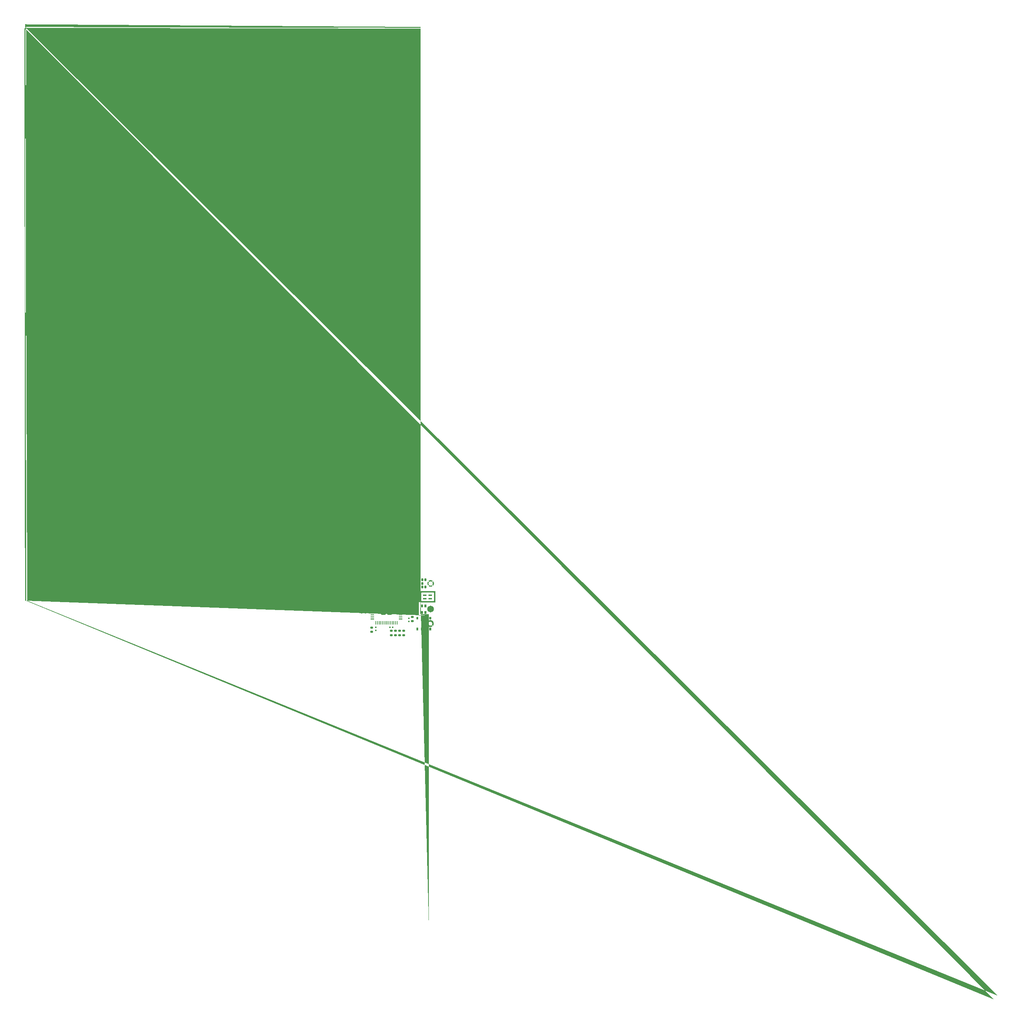
<source format=gbr>
%TF.GenerationSoftware,KiCad,Pcbnew,9.0.0*%
%TF.CreationDate,2025-08-25T21:43:05+03:00*%
%TF.ProjectId,Daredevil-mini,44617265-6465-4766-996c-2d6d696e692e,rev?*%
%TF.SameCoordinates,Original*%
%TF.FileFunction,Paste,Top*%
%TF.FilePolarity,Positive*%
%FSLAX46Y46*%
G04 Gerber Fmt 4.6, Leading zero omitted, Abs format (unit mm)*
G04 Created by KiCad (PCBNEW 9.0.0) date 2025-08-25 21:43:05*
%MOMM*%
%LPD*%
G01*
G04 APERTURE LIST*
G04 Aperture macros list*
%AMRoundRect*
0 Rectangle with rounded corners*
0 $1 Rounding radius*
0 $2 $3 $4 $5 $6 $7 $8 $9 X,Y pos of 4 corners*
0 Add a 4 corners polygon primitive as box body*
4,1,4,$2,$3,$4,$5,$6,$7,$8,$9,$2,$3,0*
0 Add four circle primitives for the rounded corners*
1,1,$1+$1,$2,$3*
1,1,$1+$1,$4,$5*
1,1,$1+$1,$6,$7*
1,1,$1+$1,$8,$9*
0 Add four rect primitives between the rounded corners*
20,1,$1+$1,$2,$3,$4,$5,0*
20,1,$1+$1,$4,$5,$6,$7,0*
20,1,$1+$1,$6,$7,$8,$9,0*
20,1,$1+$1,$8,$9,$2,$3,0*%
%AMFreePoly0*
4,1,101,2.400000,-3.650000,-0.400000,-3.650000,-0.400000,-0.318000,-0.050000,-0.318000,-0.050000,-3.182000,-0.049000,-3.188000,-0.048000,-3.195000,-0.046000,-3.207000,-0.044000,-3.214000,-0.042000,-3.220000,-0.033000,-3.238000,-0.030000,-3.243000,-0.026000,-3.248000,-0.022000,-3.254000,-0.018000,-3.259000,-0.013000,-3.263000,-0.009000,-3.268000,-0.004000,-3.272000,0.002000,-3.276000,0.007000,-3.280000,
0.012000,-3.283000,0.030000,-3.292000,0.036000,-3.294000,0.043000,-3.296000,0.055000,-3.298000,0.062000,-3.299000,0.068000,-3.300000,1.932000,-3.300000,1.938000,-3.299000,1.945000,-3.298000,1.957000,-3.296000,1.964000,-3.294000,1.970000,-3.292000,1.988000,-3.283000,1.993000,-3.280000,1.998000,-3.276000,2.004000,-3.272000,2.009000,-3.268000,2.013000,-3.263000,2.018000,-3.259000,
2.022000,-3.254000,2.026000,-3.248000,2.030000,-3.243000,2.033000,-3.238000,2.042000,-3.220000,2.044000,-3.214000,2.046000,-3.207000,2.048000,-3.195000,2.049000,-3.188000,2.050000,-3.182000,2.050000,-0.318000,2.049000,-0.312000,2.048000,-0.305000,2.046000,-0.293000,2.044000,-0.286000,2.042000,-0.280000,2.033000,-0.262000,2.030000,-0.257000,2.026000,-0.252000,2.022000,-0.246000,
2.018000,-0.241000,2.013000,-0.237000,2.009000,-0.232000,2.004000,-0.228000,1.998000,-0.224000,1.993000,-0.220000,1.988000,-0.217000,1.970000,-0.208000,1.964000,-0.206000,1.957000,-0.204000,1.945000,-0.202000,1.938000,-0.201000,1.932000,-0.200000,0.068000,-0.200000,0.062000,-0.201000,0.055000,-0.202000,0.043000,-0.204000,0.036000,-0.206000,0.030000,-0.208000,0.012000,-0.217000,
0.007000,-0.220000,0.002000,-0.224000,-0.004000,-0.228000,-0.009000,-0.232000,-0.013000,-0.237000,-0.018000,-0.241000,-0.022000,-0.246000,-0.026000,-0.252000,-0.030000,-0.257000,-0.033000,-0.262000,-0.042000,-0.280000,-0.044000,-0.286000,-0.046000,-0.293000,-0.048000,-0.305000,-0.049000,-0.312000,-0.050000,-0.318000,-0.400000,-0.318000,-0.400000,-0.150000,-0.100000,0.150000,2.400000,0.150000,
2.400000,-3.650000,2.400000,-3.650000,$1*%
G04 Aperture macros list end*
%ADD10C,0.000000*%
%ADD11C,0.010000*%
%ADD12RoundRect,0.079500X-0.079500X-0.100500X0.079500X-0.100500X0.079500X0.100500X-0.079500X0.100500X0*%
%ADD13RoundRect,0.130500X0.130500X-0.169500X0.130500X0.169500X-0.130500X0.169500X-0.130500X-0.169500X0*%
%ADD14RoundRect,0.079500X-0.100500X0.079500X-0.100500X-0.079500X0.100500X-0.079500X0.100500X0.079500X0*%
%ADD15RoundRect,0.079500X0.100500X-0.079500X0.100500X0.079500X-0.100500X0.079500X-0.100500X-0.079500X0*%
%ADD16R,0.530000X0.730000*%
%ADD17C,1.640488*%
%ADD18RoundRect,0.135000X0.185000X-0.135000X0.185000X0.135000X-0.185000X0.135000X-0.185000X-0.135000X0*%
%ADD19RoundRect,0.135000X-0.185000X0.135000X-0.185000X-0.135000X0.185000X-0.135000X0.185000X0.135000X0*%
%ADD20RoundRect,0.140000X0.170000X-0.140000X0.170000X0.140000X-0.170000X0.140000X-0.170000X-0.140000X0*%
%ADD21RoundRect,0.079500X0.079500X0.100500X-0.079500X0.100500X-0.079500X-0.100500X0.079500X-0.100500X0*%
%ADD22RoundRect,0.249999X0.395001X-0.395001X0.395001X0.395001X-0.395001X0.395001X-0.395001X-0.395001X0*%
%ADD23RoundRect,0.050000X0.050000X-0.387500X0.050000X0.387500X-0.050000X0.387500X-0.050000X-0.387500X0*%
%ADD24RoundRect,0.050000X0.387500X-0.050000X0.387500X0.050000X-0.387500X0.050000X-0.387500X-0.050000X0*%
%ADD25RoundRect,0.140000X0.140000X0.170000X-0.140000X0.170000X-0.140000X-0.170000X0.140000X-0.170000X0*%
%ADD26RoundRect,0.250000X0.375000X0.850000X-0.375000X0.850000X-0.375000X-0.850000X0.375000X-0.850000X0*%
%ADD27R,0.950000X0.450000*%
%ADD28FreePoly0,90.000000*%
G04 APERTURE END LIST*
D10*
%TO.C,MK3*%
G36*
X140953900Y-97168184D02*
G01*
X140912200Y-97243584D01*
X140883700Y-97324884D01*
X140869300Y-97409784D01*
X140869300Y-97495984D01*
X140883700Y-97580884D01*
X140912200Y-97662184D01*
X140953900Y-97737584D01*
X140739100Y-97952284D01*
X140656700Y-97822884D01*
X140600000Y-97680284D01*
X140571100Y-97529584D01*
X140571100Y-97376184D01*
X140600000Y-97225484D01*
X140656700Y-97082884D01*
X140739100Y-96953484D01*
X140953900Y-97168184D01*
G37*
G36*
X141607400Y-96672884D02*
G01*
X141750000Y-96729584D01*
X141879400Y-96811984D01*
X141664700Y-97026784D01*
X141589300Y-96985084D01*
X141508000Y-96956584D01*
X141423100Y-96942184D01*
X141336900Y-96942184D01*
X141252000Y-96956584D01*
X141170700Y-96985084D01*
X141095300Y-97026784D01*
X140880600Y-96811984D01*
X141010000Y-96729584D01*
X141152600Y-96672884D01*
X141303300Y-96643984D01*
X141456700Y-96643984D01*
X141607400Y-96672884D01*
G37*
G36*
X141879400Y-98093784D02*
G01*
X141750000Y-98176184D01*
X141607400Y-98232884D01*
X141456700Y-98261784D01*
X141303300Y-98261784D01*
X141152600Y-98232884D01*
X141010000Y-98176184D01*
X140880600Y-98093784D01*
X141095300Y-97878984D01*
X141170700Y-97920684D01*
X141252000Y-97949184D01*
X141336900Y-97963584D01*
X141423100Y-97963584D01*
X141508000Y-97949184D01*
X141589300Y-97920684D01*
X141664700Y-97878984D01*
X141879400Y-98093784D01*
G37*
G36*
X142103300Y-97082884D02*
G01*
X142160000Y-97225484D01*
X142188900Y-97376184D01*
X142188900Y-97529584D01*
X142160000Y-97680284D01*
X142103300Y-97822884D01*
X142020900Y-97952284D01*
X141806100Y-97737584D01*
X141847800Y-97662184D01*
X141876300Y-97580884D01*
X141890700Y-97495984D01*
X141890700Y-97409784D01*
X141876300Y-97324884D01*
X141847800Y-97243584D01*
X141806100Y-97168184D01*
X142020900Y-96953484D01*
X142103300Y-97082884D01*
G37*
%TO.C,MK2*%
G36*
X142547083Y-102132000D02*
G01*
X139047083Y-102132000D01*
X138747083Y-101832000D01*
X138747083Y-99800000D01*
X139097083Y-99800000D01*
X139097083Y-99807000D01*
X139097083Y-101657000D01*
X139097083Y-101664000D01*
X139098083Y-101670000D01*
X139099083Y-101677000D01*
X139100083Y-101683000D01*
X139101083Y-101689000D01*
X139103083Y-101696000D01*
X139105083Y-101702000D01*
X139108083Y-101708000D01*
X139111083Y-101714000D01*
X139114083Y-101720000D01*
X139117083Y-101725000D01*
X139121083Y-101730000D01*
X139125083Y-101736000D01*
X139129083Y-101741000D01*
X139134083Y-101745000D01*
X139138083Y-101750000D01*
X139143083Y-101754000D01*
X139149083Y-101758000D01*
X139154083Y-101762000D01*
X139159083Y-101765000D01*
X139165083Y-101768000D01*
X139171083Y-101771000D01*
X139177083Y-101774000D01*
X139183083Y-101776000D01*
X139190083Y-101778000D01*
X139196083Y-101779000D01*
X139202083Y-101780000D01*
X139209083Y-101781000D01*
X139215083Y-101782000D01*
X139222083Y-101782000D01*
X142072083Y-101782000D01*
X142079083Y-101782000D01*
X142085083Y-101781000D01*
X142092083Y-101780000D01*
X142098083Y-101779000D01*
X142104083Y-101778000D01*
X142111083Y-101776000D01*
X142117083Y-101774000D01*
X142123083Y-101771000D01*
X142129083Y-101768000D01*
X142135083Y-101765000D01*
X142140083Y-101762000D01*
X142145083Y-101758000D01*
X142151083Y-101754000D01*
X142156083Y-101750000D01*
X142160083Y-101745000D01*
X142165083Y-101741000D01*
X142169083Y-101736000D01*
X142173083Y-101730000D01*
X142177083Y-101725000D01*
X142180083Y-101720000D01*
X142183083Y-101714000D01*
X142186083Y-101708000D01*
X142189083Y-101702000D01*
X142191083Y-101696000D01*
X142193083Y-101689000D01*
X142194083Y-101683000D01*
X142195083Y-101677000D01*
X142196083Y-101670000D01*
X142197083Y-101664000D01*
X142197083Y-101657000D01*
X142197083Y-100732000D01*
X142197083Y-99807000D01*
X142197083Y-99800000D01*
X142196083Y-99794000D01*
X142195083Y-99787000D01*
X142194083Y-99781000D01*
X142193083Y-99775000D01*
X142191083Y-99768000D01*
X142189083Y-99762000D01*
X142186083Y-99756000D01*
X142183083Y-99750000D01*
X142180083Y-99744000D01*
X142177083Y-99739000D01*
X142173083Y-99734000D01*
X142169083Y-99728000D01*
X142165083Y-99723000D01*
X142160083Y-99719000D01*
X142156083Y-99714000D01*
X142151083Y-99710000D01*
X142145083Y-99706000D01*
X142140083Y-99702000D01*
X142135083Y-99699000D01*
X142129083Y-99696000D01*
X142123083Y-99693000D01*
X142117083Y-99690000D01*
X142111083Y-99688000D01*
X142104083Y-99686000D01*
X142098083Y-99685000D01*
X142092083Y-99684000D01*
X142085083Y-99683000D01*
X142079083Y-99682000D01*
X142072083Y-99682000D01*
X139222083Y-99682000D01*
X139215083Y-99682000D01*
X139209083Y-99683000D01*
X139202083Y-99684000D01*
X139196083Y-99685000D01*
X139190083Y-99686000D01*
X139183083Y-99688000D01*
X139177083Y-99690000D01*
X139171083Y-99693000D01*
X139165083Y-99696000D01*
X139159083Y-99699000D01*
X139154083Y-99702000D01*
X139149083Y-99706000D01*
X139143083Y-99710000D01*
X139138083Y-99714000D01*
X139134083Y-99719000D01*
X139129083Y-99723000D01*
X139125083Y-99728000D01*
X139121083Y-99734000D01*
X139117083Y-99739000D01*
X139114083Y-99744000D01*
X139111083Y-99750000D01*
X139108083Y-99756000D01*
X139105083Y-99762000D01*
X139103083Y-99768000D01*
X139101083Y-99775000D01*
X139100083Y-99781000D01*
X139099083Y-99787000D01*
X139098083Y-99794000D01*
X139097083Y-99800000D01*
X138747083Y-99800000D01*
X138747083Y-99332000D01*
X142547083Y-99332000D01*
X142547083Y-100732000D01*
X142547083Y-102132000D01*
G37*
D11*
%TO.C,MK4*%
X138275000Y-106215000D02*
X137925000Y-106215000D01*
X137925000Y-105665000D01*
X138275000Y-105665000D01*
X138275000Y-106215000D01*
G36*
X138275000Y-106215000D02*
G01*
X137925000Y-106215000D01*
X137925000Y-105665000D01*
X138275000Y-105665000D01*
X138275000Y-106215000D01*
G37*
X138275000Y-108875000D02*
X137925000Y-108875000D01*
X137925000Y-108325000D01*
X138275000Y-108325000D01*
X138275000Y-108875000D01*
G36*
X138275000Y-108875000D02*
G01*
X137925000Y-108875000D01*
X137925000Y-108325000D01*
X138275000Y-108325000D01*
X138275000Y-108875000D01*
G37*
X139325000Y-106215000D02*
X138975000Y-106215000D01*
X138975000Y-105665000D01*
X139325000Y-105665000D01*
X139325000Y-106215000D01*
G36*
X139325000Y-106215000D02*
G01*
X138975000Y-106215000D01*
X138975000Y-105665000D01*
X139325000Y-105665000D01*
X139325000Y-106215000D01*
G37*
X139325000Y-108875000D02*
X138975000Y-108875000D01*
X138975000Y-108325000D01*
X139325000Y-108325000D01*
X139325000Y-108875000D01*
G36*
X139325000Y-108875000D02*
G01*
X138975000Y-108875000D01*
X138975000Y-108325000D01*
X139325000Y-108325000D01*
X139325000Y-108875000D01*
G37*
X140375000Y-106215000D02*
X140025000Y-106215000D01*
X140025000Y-105665000D01*
X140375000Y-105665000D01*
X140375000Y-106215000D01*
G36*
X140375000Y-106215000D02*
G01*
X140025000Y-106215000D01*
X140025000Y-105665000D01*
X140375000Y-105665000D01*
X140375000Y-106215000D01*
G37*
X140375000Y-108875000D02*
X140025000Y-108875000D01*
X140025000Y-108325000D01*
X140375000Y-108325000D01*
X140375000Y-108875000D01*
G36*
X140375000Y-108875000D02*
G01*
X140025000Y-108875000D01*
X140025000Y-108325000D01*
X140375000Y-108325000D01*
X140375000Y-108875000D01*
G37*
X141425000Y-106215000D02*
X141075000Y-106215000D01*
X141075000Y-105665000D01*
X141425000Y-105665000D01*
X141425000Y-106215000D01*
G36*
X141425000Y-106215000D02*
G01*
X141075000Y-106215000D01*
X141075000Y-105665000D01*
X141425000Y-105665000D01*
X141425000Y-106215000D01*
G37*
X141425000Y-108875000D02*
X141075000Y-108875000D01*
X141075000Y-108325000D01*
X141425000Y-108325000D01*
X141425000Y-108875000D01*
G36*
X141425000Y-108875000D02*
G01*
X141075000Y-108875000D01*
X141075000Y-108325000D01*
X141425000Y-108325000D01*
X141425000Y-108875000D01*
G37*
X141309000Y-106471000D02*
X141347000Y-106474000D01*
X141385000Y-106479000D01*
X141423000Y-106486000D01*
X141461000Y-106495000D01*
X141498000Y-106506000D01*
X141535000Y-106518000D01*
X141570000Y-106532000D01*
X141606000Y-106548000D01*
X141640000Y-106566000D01*
X141673000Y-106585000D01*
X141706000Y-106606000D01*
X141737000Y-106628000D01*
X141768000Y-106652000D01*
X141797000Y-106677000D01*
X141826000Y-106704000D01*
X141853000Y-106733000D01*
X141878000Y-106762000D01*
X141902000Y-106793000D01*
X141924000Y-106824000D01*
X141945000Y-106857000D01*
X141964000Y-106890000D01*
X141982000Y-106924000D01*
X141998000Y-106960000D01*
X142012000Y-106995000D01*
X142024000Y-107032000D01*
X142035000Y-107069000D01*
X142044000Y-107107000D01*
X142051000Y-107145000D01*
X142056000Y-107183000D01*
X142059000Y-107221000D01*
X142060000Y-107260000D01*
X142060000Y-107298000D01*
X142058000Y-107337000D01*
X142054000Y-107375000D01*
X142048000Y-107413000D01*
X142040000Y-107451000D01*
X142030000Y-107488000D01*
X142019000Y-107525000D01*
X142005000Y-107561000D01*
X141991000Y-107597000D01*
X141974000Y-107632000D01*
X141956000Y-107666000D01*
X141936000Y-107699000D01*
X141914000Y-107731000D01*
X141892000Y-107761000D01*
X141695000Y-107564000D01*
X141706000Y-107547000D01*
X141719000Y-107527000D01*
X141730000Y-107505000D01*
X141740000Y-107484000D01*
X141750000Y-107461000D01*
X141758000Y-107439000D01*
X141766000Y-107416000D01*
X141772000Y-107392000D01*
X141777000Y-107369000D01*
X141781000Y-107345000D01*
X141784000Y-107321000D01*
X141786000Y-107297000D01*
X141787000Y-107272000D01*
X141786000Y-107248000D01*
X141785000Y-107224000D01*
X141782000Y-107200000D01*
X141778000Y-107176000D01*
X141773000Y-107153000D01*
X141767000Y-107129000D01*
X141760000Y-107106000D01*
X141752000Y-107083000D01*
X141743000Y-107061000D01*
X141733000Y-107039000D01*
X141721000Y-107017000D01*
X141709000Y-106997000D01*
X141696000Y-106976000D01*
X141682000Y-106957000D01*
X141667000Y-106938000D01*
X141651000Y-106919000D01*
X141631000Y-106899000D01*
X141611000Y-106879000D01*
X141592000Y-106863000D01*
X141573000Y-106848000D01*
X141554000Y-106834000D01*
X141533000Y-106821000D01*
X141513000Y-106809000D01*
X141491000Y-106797000D01*
X141469000Y-106787000D01*
X141447000Y-106778000D01*
X141424000Y-106770000D01*
X141401000Y-106763000D01*
X141377000Y-106757000D01*
X141354000Y-106752000D01*
X141330000Y-106748000D01*
X141306000Y-106745000D01*
X141282000Y-106744000D01*
X141258000Y-106743000D01*
X141233000Y-106744000D01*
X141209000Y-106746000D01*
X141185000Y-106749000D01*
X141161000Y-106753000D01*
X141138000Y-106758000D01*
X141114000Y-106764000D01*
X141091000Y-106772000D01*
X141069000Y-106780000D01*
X141046000Y-106790000D01*
X141025000Y-106800000D01*
X141003000Y-106811000D01*
X140983000Y-106824000D01*
X140966000Y-106835000D01*
X140966200Y-106834778D01*
X140769000Y-106638000D01*
X140799000Y-106616000D01*
X140831000Y-106594000D01*
X140864000Y-106574000D01*
X140898000Y-106556000D01*
X140933000Y-106539000D01*
X140969000Y-106525000D01*
X141005000Y-106511000D01*
X141042000Y-106500000D01*
X141079000Y-106490000D01*
X141117000Y-106482000D01*
X141155000Y-106476000D01*
X141193000Y-106472000D01*
X141232000Y-106470000D01*
X141270000Y-106470000D01*
X141309000Y-106471000D01*
G36*
X141309000Y-106471000D02*
G01*
X141347000Y-106474000D01*
X141385000Y-106479000D01*
X141423000Y-106486000D01*
X141461000Y-106495000D01*
X141498000Y-106506000D01*
X141535000Y-106518000D01*
X141570000Y-106532000D01*
X141606000Y-106548000D01*
X141640000Y-106566000D01*
X141673000Y-106585000D01*
X141706000Y-106606000D01*
X141737000Y-106628000D01*
X141768000Y-106652000D01*
X141797000Y-106677000D01*
X141826000Y-106704000D01*
X141853000Y-106733000D01*
X141878000Y-106762000D01*
X141902000Y-106793000D01*
X141924000Y-106824000D01*
X141945000Y-106857000D01*
X141964000Y-106890000D01*
X141982000Y-106924000D01*
X141998000Y-106960000D01*
X142012000Y-106995000D01*
X142024000Y-107032000D01*
X142035000Y-107069000D01*
X142044000Y-107107000D01*
X142051000Y-107145000D01*
X142056000Y-107183000D01*
X142059000Y-107221000D01*
X142060000Y-107260000D01*
X142060000Y-107298000D01*
X142058000Y-107337000D01*
X142054000Y-107375000D01*
X142048000Y-107413000D01*
X142040000Y-107451000D01*
X142030000Y-107488000D01*
X142019000Y-107525000D01*
X142005000Y-107561000D01*
X141991000Y-107597000D01*
X141974000Y-107632000D01*
X141956000Y-107666000D01*
X141936000Y-107699000D01*
X141914000Y-107731000D01*
X141892000Y-107761000D01*
X141695000Y-107564000D01*
X141706000Y-107547000D01*
X141719000Y-107527000D01*
X141730000Y-107505000D01*
X141740000Y-107484000D01*
X141750000Y-107461000D01*
X141758000Y-107439000D01*
X141766000Y-107416000D01*
X141772000Y-107392000D01*
X141777000Y-107369000D01*
X141781000Y-107345000D01*
X141784000Y-107321000D01*
X141786000Y-107297000D01*
X141787000Y-107272000D01*
X141786000Y-107248000D01*
X141785000Y-107224000D01*
X141782000Y-107200000D01*
X141778000Y-107176000D01*
X141773000Y-107153000D01*
X141767000Y-107129000D01*
X141760000Y-107106000D01*
X141752000Y-107083000D01*
X141743000Y-107061000D01*
X141733000Y-107039000D01*
X141721000Y-107017000D01*
X141709000Y-106997000D01*
X141696000Y-106976000D01*
X141682000Y-106957000D01*
X141667000Y-106938000D01*
X141651000Y-106919000D01*
X141631000Y-106899000D01*
X141611000Y-106879000D01*
X141592000Y-106863000D01*
X141573000Y-106848000D01*
X141554000Y-106834000D01*
X141533000Y-106821000D01*
X141513000Y-106809000D01*
X141491000Y-106797000D01*
X141469000Y-106787000D01*
X141447000Y-106778000D01*
X141424000Y-106770000D01*
X141401000Y-106763000D01*
X141377000Y-106757000D01*
X141354000Y-106752000D01*
X141330000Y-106748000D01*
X141306000Y-106745000D01*
X141282000Y-106744000D01*
X141258000Y-106743000D01*
X141233000Y-106744000D01*
X141209000Y-106746000D01*
X141185000Y-106749000D01*
X141161000Y-106753000D01*
X141138000Y-106758000D01*
X141114000Y-106764000D01*
X141091000Y-106772000D01*
X141069000Y-106780000D01*
X141046000Y-106790000D01*
X141025000Y-106800000D01*
X141003000Y-106811000D01*
X140983000Y-106824000D01*
X140966000Y-106835000D01*
X140966200Y-106834778D01*
X140769000Y-106638000D01*
X140799000Y-106616000D01*
X140831000Y-106594000D01*
X140864000Y-106574000D01*
X140898000Y-106556000D01*
X140933000Y-106539000D01*
X140969000Y-106525000D01*
X141005000Y-106511000D01*
X141042000Y-106500000D01*
X141079000Y-106490000D01*
X141117000Y-106482000D01*
X141155000Y-106476000D01*
X141193000Y-106472000D01*
X141232000Y-106470000D01*
X141270000Y-106470000D01*
X141309000Y-106471000D01*
G37*
X140825000Y-106976000D02*
X140814000Y-106993000D01*
X140801000Y-107013000D01*
X140790000Y-107035000D01*
X140780000Y-107056000D01*
X140770000Y-107079000D01*
X140762000Y-107101000D01*
X140754000Y-107124000D01*
X140748000Y-107148000D01*
X140743000Y-107171000D01*
X140739000Y-107195000D01*
X140736000Y-107219000D01*
X140734000Y-107243000D01*
X140733000Y-107268000D01*
X140734000Y-107292000D01*
X140735000Y-107316000D01*
X140738000Y-107340000D01*
X140742000Y-107364000D01*
X140747000Y-107387000D01*
X140753000Y-107411000D01*
X140760000Y-107434000D01*
X140768000Y-107457000D01*
X140777000Y-107479000D01*
X140787000Y-107501000D01*
X140799000Y-107523000D01*
X140811000Y-107543000D01*
X140824000Y-107564000D01*
X140838000Y-107583000D01*
X140853000Y-107602000D01*
X140869000Y-107621000D01*
X140889000Y-107641000D01*
X140909000Y-107661000D01*
X140928000Y-107677000D01*
X140947000Y-107692000D01*
X140966000Y-107706000D01*
X140987000Y-107719000D01*
X141007000Y-107731000D01*
X141029000Y-107743000D01*
X141051000Y-107753000D01*
X141073000Y-107762000D01*
X141096000Y-107770000D01*
X141119000Y-107777000D01*
X141143000Y-107783000D01*
X141166000Y-107788000D01*
X141190000Y-107792000D01*
X141214000Y-107795000D01*
X141238000Y-107796000D01*
X141262000Y-107797000D01*
X141287000Y-107796000D01*
X141311000Y-107794000D01*
X141335000Y-107791000D01*
X141359000Y-107787000D01*
X141382000Y-107782000D01*
X141406000Y-107776000D01*
X141429000Y-107768000D01*
X141451000Y-107760000D01*
X141474000Y-107750000D01*
X141495000Y-107740000D01*
X141517000Y-107729000D01*
X141537000Y-107716000D01*
X141554000Y-107705000D01*
X141553800Y-107705222D01*
X141751000Y-107902000D01*
X141721000Y-107924000D01*
X141689000Y-107946000D01*
X141656000Y-107966000D01*
X141622000Y-107984000D01*
X141587000Y-108001000D01*
X141551000Y-108015000D01*
X141515000Y-108029000D01*
X141478000Y-108040000D01*
X141441000Y-108050000D01*
X141403000Y-108058000D01*
X141365000Y-108064000D01*
X141327000Y-108068000D01*
X141288000Y-108070000D01*
X141250000Y-108070000D01*
X141211000Y-108069000D01*
X141173000Y-108066000D01*
X141135000Y-108061000D01*
X141097000Y-108054000D01*
X141059000Y-108045000D01*
X141022000Y-108034000D01*
X140985000Y-108022000D01*
X140950000Y-108008000D01*
X140914000Y-107992000D01*
X140880000Y-107974000D01*
X140847000Y-107955000D01*
X140814000Y-107934000D01*
X140783000Y-107912000D01*
X140752000Y-107888000D01*
X140723000Y-107863000D01*
X140694000Y-107836000D01*
X140667000Y-107807000D01*
X140642000Y-107778000D01*
X140618000Y-107747000D01*
X140596000Y-107716000D01*
X140575000Y-107683000D01*
X140556000Y-107650000D01*
X140538000Y-107616000D01*
X140522000Y-107580000D01*
X140508000Y-107545000D01*
X140496000Y-107508000D01*
X140485000Y-107471000D01*
X140476000Y-107433000D01*
X140469000Y-107395000D01*
X140464000Y-107357000D01*
X140461000Y-107319000D01*
X140460000Y-107280000D01*
X140460000Y-107242000D01*
X140462000Y-107203000D01*
X140466000Y-107165000D01*
X140472000Y-107127000D01*
X140480000Y-107089000D01*
X140490000Y-107052000D01*
X140501000Y-107015000D01*
X140515000Y-106979000D01*
X140529000Y-106943000D01*
X140546000Y-106908000D01*
X140564000Y-106874000D01*
X140584000Y-106841000D01*
X140606000Y-106809000D01*
X140628000Y-106779000D01*
X140825000Y-106976000D01*
G36*
X140825000Y-106976000D02*
G01*
X140814000Y-106993000D01*
X140801000Y-107013000D01*
X140790000Y-107035000D01*
X140780000Y-107056000D01*
X140770000Y-107079000D01*
X140762000Y-107101000D01*
X140754000Y-107124000D01*
X140748000Y-107148000D01*
X140743000Y-107171000D01*
X140739000Y-107195000D01*
X140736000Y-107219000D01*
X140734000Y-107243000D01*
X140733000Y-107268000D01*
X140734000Y-107292000D01*
X140735000Y-107316000D01*
X140738000Y-107340000D01*
X140742000Y-107364000D01*
X140747000Y-107387000D01*
X140753000Y-107411000D01*
X140760000Y-107434000D01*
X140768000Y-107457000D01*
X140777000Y-107479000D01*
X140787000Y-107501000D01*
X140799000Y-107523000D01*
X140811000Y-107543000D01*
X140824000Y-107564000D01*
X140838000Y-107583000D01*
X140853000Y-107602000D01*
X140869000Y-107621000D01*
X140889000Y-107641000D01*
X140909000Y-107661000D01*
X140928000Y-107677000D01*
X140947000Y-107692000D01*
X140966000Y-107706000D01*
X140987000Y-107719000D01*
X141007000Y-107731000D01*
X141029000Y-107743000D01*
X141051000Y-107753000D01*
X141073000Y-107762000D01*
X141096000Y-107770000D01*
X141119000Y-107777000D01*
X141143000Y-107783000D01*
X141166000Y-107788000D01*
X141190000Y-107792000D01*
X141214000Y-107795000D01*
X141238000Y-107796000D01*
X141262000Y-107797000D01*
X141287000Y-107796000D01*
X141311000Y-107794000D01*
X141335000Y-107791000D01*
X141359000Y-107787000D01*
X141382000Y-107782000D01*
X141406000Y-107776000D01*
X141429000Y-107768000D01*
X141451000Y-107760000D01*
X141474000Y-107750000D01*
X141495000Y-107740000D01*
X141517000Y-107729000D01*
X141537000Y-107716000D01*
X141554000Y-107705000D01*
X141553800Y-107705222D01*
X141751000Y-107902000D01*
X141721000Y-107924000D01*
X141689000Y-107946000D01*
X141656000Y-107966000D01*
X141622000Y-107984000D01*
X141587000Y-108001000D01*
X141551000Y-108015000D01*
X141515000Y-108029000D01*
X141478000Y-108040000D01*
X141441000Y-108050000D01*
X141403000Y-108058000D01*
X141365000Y-108064000D01*
X141327000Y-108068000D01*
X141288000Y-108070000D01*
X141250000Y-108070000D01*
X141211000Y-108069000D01*
X141173000Y-108066000D01*
X141135000Y-108061000D01*
X141097000Y-108054000D01*
X141059000Y-108045000D01*
X141022000Y-108034000D01*
X140985000Y-108022000D01*
X140950000Y-108008000D01*
X140914000Y-107992000D01*
X140880000Y-107974000D01*
X140847000Y-107955000D01*
X140814000Y-107934000D01*
X140783000Y-107912000D01*
X140752000Y-107888000D01*
X140723000Y-107863000D01*
X140694000Y-107836000D01*
X140667000Y-107807000D01*
X140642000Y-107778000D01*
X140618000Y-107747000D01*
X140596000Y-107716000D01*
X140575000Y-107683000D01*
X140556000Y-107650000D01*
X140538000Y-107616000D01*
X140522000Y-107580000D01*
X140508000Y-107545000D01*
X140496000Y-107508000D01*
X140485000Y-107471000D01*
X140476000Y-107433000D01*
X140469000Y-107395000D01*
X140464000Y-107357000D01*
X140461000Y-107319000D01*
X140460000Y-107280000D01*
X140460000Y-107242000D01*
X140462000Y-107203000D01*
X140466000Y-107165000D01*
X140472000Y-107127000D01*
X140480000Y-107089000D01*
X140490000Y-107052000D01*
X140501000Y-107015000D01*
X140515000Y-106979000D01*
X140529000Y-106943000D01*
X140546000Y-106908000D01*
X140564000Y-106874000D01*
X140584000Y-106841000D01*
X140606000Y-106809000D01*
X140628000Y-106779000D01*
X140825000Y-106976000D01*
G37*
%TD*%
D12*
%TO.C,C7*%
X135035000Y-102700000D03*
X135725000Y-102700000D03*
%TD*%
D13*
%TO.C,MK3*%
X139306000Y-98352884D03*
X140128000Y-98352884D03*
X140128000Y-96552884D03*
X139306000Y-96552884D03*
X139306000Y-97452884D03*
%TD*%
D14*
%TO.C,C16*%
X127900000Y-108255000D03*
X127900000Y-108945000D03*
%TD*%
D15*
%TO.C,C15*%
X131500000Y-99145000D03*
X131500000Y-98455000D03*
%TD*%
D16*
%TO.C,MK1*%
X139290500Y-104608000D03*
X140112500Y-104608000D03*
D17*
X141370000Y-103770000D03*
D16*
X140112500Y-102932000D03*
X139290500Y-102932000D03*
%TD*%
D18*
%TO.C,R11*%
X126900000Y-109300000D03*
X126900000Y-108280000D03*
%TD*%
D19*
%TO.C,R6*%
X133731619Y-109107841D03*
X133731619Y-110127841D03*
%TD*%
D20*
%TO.C,C8*%
X125900000Y-100480000D03*
X125900000Y-99520000D03*
%TD*%
D12*
%TO.C,C10*%
X135075000Y-103400000D03*
X135765000Y-103400000D03*
%TD*%
%TO.C,C11*%
X131405000Y-108250000D03*
X132095000Y-108250000D03*
%TD*%
D15*
%TO.C,C13*%
X128900000Y-99145000D03*
X128900000Y-98455000D03*
%TD*%
D12*
%TO.C,R4*%
X124455000Y-101700000D03*
X125145000Y-101700000D03*
%TD*%
D21*
%TO.C,C18*%
X137980784Y-103128783D03*
X137290784Y-103128783D03*
%TD*%
D22*
%TO.C,DD3*%
X129737500Y-104500000D03*
X131337500Y-104500000D03*
X129737500Y-102900000D03*
X131337500Y-102900000D03*
D23*
X127937500Y-107137500D03*
X128337500Y-107137500D03*
X128737500Y-107137500D03*
X129137500Y-107137500D03*
X129537500Y-107137500D03*
X129937500Y-107137500D03*
X130337500Y-107137500D03*
X130737500Y-107137500D03*
X131137500Y-107137500D03*
X131537500Y-107137500D03*
X131937500Y-107137500D03*
X132337500Y-107137500D03*
X132737500Y-107137500D03*
X133137500Y-107137500D03*
D24*
X133975000Y-106300000D03*
X133975000Y-105900000D03*
X133975000Y-105500000D03*
X133975000Y-105100000D03*
X133975000Y-104700000D03*
X133975000Y-104300000D03*
X133975000Y-103900000D03*
X133975000Y-103500000D03*
X133975000Y-103100000D03*
X133975000Y-102700000D03*
X133975000Y-102300000D03*
X133975000Y-101900000D03*
X133975000Y-101500000D03*
X133975000Y-101100000D03*
D23*
X133137500Y-100262500D03*
X132737500Y-100262500D03*
X132337500Y-100262500D03*
X131937500Y-100262500D03*
X131537500Y-100262500D03*
X131137500Y-100262500D03*
X130737500Y-100262500D03*
X130337500Y-100262500D03*
X129937500Y-100262500D03*
X129537500Y-100262500D03*
X129137500Y-100262500D03*
X128737500Y-100262500D03*
X128337500Y-100262500D03*
X127937500Y-100262500D03*
D24*
X127100000Y-101100000D03*
X127100000Y-101500000D03*
X127100000Y-101900000D03*
X127100000Y-102300000D03*
X127100000Y-102700000D03*
X127100000Y-103100000D03*
X127100000Y-103500000D03*
X127100000Y-103900000D03*
X127100000Y-104300000D03*
X127100000Y-104700000D03*
X127100000Y-105100000D03*
X127100000Y-105500000D03*
X127100000Y-105900000D03*
X127100000Y-106300000D03*
%TD*%
D21*
%TO.C,C14*%
X125345000Y-103600000D03*
X124655000Y-103600000D03*
%TD*%
D19*
%TO.C,R8*%
X131731619Y-109107841D03*
X131731619Y-110127841D03*
%TD*%
%TO.C,R7*%
X132731619Y-109107841D03*
X132731619Y-110127841D03*
%TD*%
D25*
%TO.C,C9*%
X125380000Y-104500000D03*
X124420000Y-104500000D03*
%TD*%
%TO.C,C24*%
X138180000Y-96300000D03*
X137220000Y-96300000D03*
%TD*%
D12*
%TO.C,R3*%
X124455000Y-102400000D03*
X125145000Y-102400000D03*
%TD*%
D19*
%TO.C,R5*%
X134731619Y-109107841D03*
X134731619Y-110127841D03*
%TD*%
D26*
%TO.C,L1*%
X128475000Y-96600000D03*
X126325000Y-96600000D03*
%TD*%
D21*
%TO.C,C20*%
X137945000Y-97200000D03*
X137255000Y-97200000D03*
%TD*%
D25*
%TO.C,C21*%
X137984575Y-102310519D03*
X137024575Y-102310519D03*
%TD*%
D27*
%TO.C,MK2*%
X139972083Y-101157000D03*
X141322083Y-101157000D03*
X141322083Y-100307000D03*
X139972083Y-100307000D03*
D28*
X138897083Y-101732000D03*
%TD*%
D25*
%TO.C,C22*%
X137980000Y-101400000D03*
X137020000Y-101400000D03*
%TD*%
D21*
%TO.C,C19*%
X137744608Y-100564255D03*
X137054608Y-100564255D03*
%TD*%
D20*
%TO.C,C25*%
X136900000Y-106680000D03*
X136900000Y-105720000D03*
%TD*%
D25*
%TO.C,C17*%
X127280000Y-98600000D03*
X126320000Y-98600000D03*
%TD*%
D15*
%TO.C,C23*%
X136010000Y-106745000D03*
X136010000Y-106055000D03*
%TD*%
%TO.C,C12*%
X128100000Y-99145000D03*
X128100000Y-98455000D03*
%TD*%
M02*

</source>
